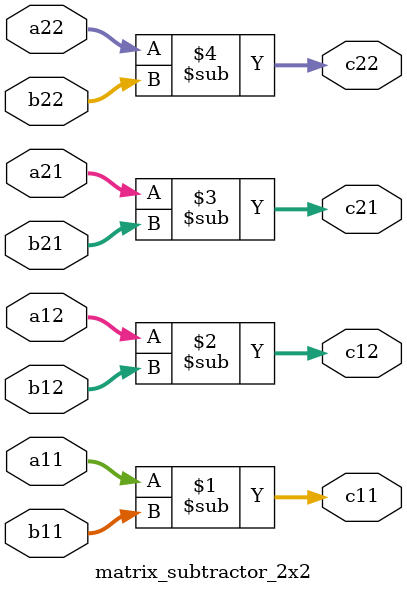
<source format=v>
/*
    Team Name: S2-T15
*/

module matrix_subtractor_2x2(
    input [2:0] a11, a12, a21, a22,  // Elements of matrix A (3-bit)
    input [2:0] b11, b12, b21, b22,  // Elements of matrix B (3-bit)
    output [3:0] c11, c12, c21, c22  // Elements of result matrix C (4-bit)
);

    // Subtraction operations
    assign c11 = a11 - b11;
    assign c12 = a12 - b12;
    assign c21 = a21 - b21;
    assign c22 = a22 - b22;

endmodule
</source>
